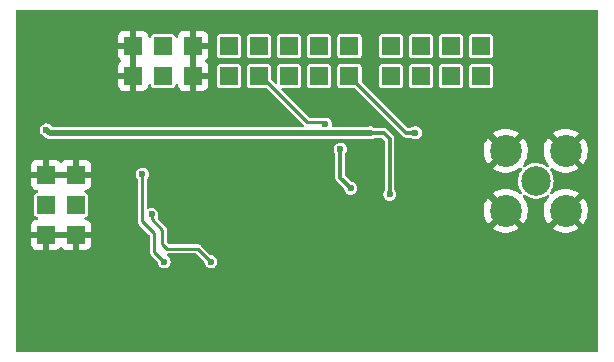
<source format=gbr>
%TF.GenerationSoftware,KiCad,Pcbnew,6.0.10+dfsg-1~bpo11+1*%
%TF.CreationDate,2023-02-13T19:39:57+00:00*%
%TF.ProjectId,ISM02B,49534d30-3242-42e6-9b69-6361645f7063,REV*%
%TF.SameCoordinates,Original*%
%TF.FileFunction,Copper,L1,Top*%
%TF.FilePolarity,Positive*%
%FSLAX46Y46*%
G04 Gerber Fmt 4.6, Leading zero omitted, Abs format (unit mm)*
G04 Created by KiCad (PCBNEW 6.0.10+dfsg-1~bpo11+1) date 2023-02-13 19:39:57*
%MOMM*%
%LPD*%
G01*
G04 APERTURE LIST*
G04 Aperture macros list*
%AMRoundRect*
0 Rectangle with rounded corners*
0 $1 Rounding radius*
0 $2 $3 $4 $5 $6 $7 $8 $9 X,Y pos of 4 corners*
0 Add a 4 corners polygon primitive as box body*
4,1,4,$2,$3,$4,$5,$6,$7,$8,$9,$2,$3,0*
0 Add four circle primitives for the rounded corners*
1,1,$1+$1,$2,$3*
1,1,$1+$1,$4,$5*
1,1,$1+$1,$6,$7*
1,1,$1+$1,$8,$9*
0 Add four rect primitives between the rounded corners*
20,1,$1+$1,$2,$3,$4,$5,0*
20,1,$1+$1,$4,$5,$6,$7,0*
20,1,$1+$1,$6,$7,$8,$9,0*
20,1,$1+$1,$8,$9,$2,$3,0*%
G04 Aperture macros list end*
%TA.AperFunction,ComponentPad*%
%ADD10C,6.000000*%
%TD*%
%TA.AperFunction,ComponentPad*%
%ADD11R,1.524000X1.524000*%
%TD*%
%TA.AperFunction,ComponentPad*%
%ADD12C,2.500000*%
%TD*%
%TA.AperFunction,ComponentPad*%
%ADD13C,2.700000*%
%TD*%
%TA.AperFunction,ComponentPad*%
%ADD14C,0.500000*%
%TD*%
%TA.AperFunction,SMDPad,CuDef*%
%ADD15RoundRect,0.250000X1.050000X-1.050000X1.050000X1.050000X-1.050000X1.050000X-1.050000X-1.050000X0*%
%TD*%
%TA.AperFunction,ViaPad*%
%ADD16C,0.600000*%
%TD*%
%TA.AperFunction,Conductor*%
%ADD17C,0.250000*%
%TD*%
%TA.AperFunction,Conductor*%
%ADD18C,0.500000*%
%TD*%
%TA.AperFunction,Conductor*%
%ADD19C,0.300000*%
%TD*%
G04 APERTURE END LIST*
D10*
%TO.P,M2,1*%
%TO.N,GND*%
X139700000Y-104140000D03*
%TD*%
%TO.P,M3,1*%
%TO.N,GND*%
X180340000Y-124460000D03*
%TD*%
D11*
%TO.P,J2,1*%
%TO.N,GND*%
X137922000Y-118872000D03*
%TO.P,J2,2*%
X140462000Y-118872000D03*
%TD*%
%TO.P,J5,1*%
%TO.N,/MISO*%
X167102000Y-105410000D03*
%TO.P,J5,2*%
X167102000Y-102870000D03*
%TD*%
%TO.P,J4,1*%
%TO.N,/SCK*%
X172202000Y-105410000D03*
%TO.P,J4,2*%
X172202000Y-102870000D03*
%TD*%
%TO.P,J3,1*%
%TO.N,/#RESET*%
X163596000Y-105410000D03*
%TO.P,J3,2*%
X163596000Y-102870000D03*
%TD*%
D12*
%TO.P,J12,1*%
%TO.N,Net-(C22-Pad2)*%
X179374800Y-114300000D03*
D13*
%TO.P,J12,2*%
%TO.N,GND*%
X181914800Y-111760000D03*
X176834800Y-111760000D03*
X176834800Y-116840000D03*
X181914800Y-116840000D03*
%TD*%
D11*
%TO.P,J10,1*%
%TO.N,/DIO3*%
X153396000Y-105410000D03*
%TO.P,J10,2*%
X153396000Y-102870000D03*
%TD*%
%TO.P,J7,1*%
%TO.N,/#CS*%
X174752000Y-105410000D03*
%TO.P,J7,2*%
X174752000Y-102870000D03*
%TD*%
%TO.P,J9,1*%
%TO.N,/DIO2*%
X155946000Y-105410000D03*
%TO.P,J9,2*%
X155946000Y-102870000D03*
%TD*%
%TO.P,J8,1*%
%TO.N,/DIO1*%
X158496000Y-105410000D03*
%TO.P,J8,2*%
X158496000Y-102870000D03*
%TD*%
%TO.P,J11,1*%
%TO.N,/BUSY*%
X161046000Y-105410000D03*
%TO.P,J11,2*%
X161046000Y-102870000D03*
%TD*%
%TO.P,J6,1*%
%TO.N,/MOSI*%
X169652000Y-105410000D03*
%TO.P,J6,2*%
X169652000Y-102870000D03*
%TD*%
D10*
%TO.P,M1,1*%
%TO.N,GND*%
X180340000Y-104140000D03*
%TD*%
D11*
%TO.P,J1,1,2*%
%TO.N,GND*%
X145288000Y-105410000D03*
%TO.P,J1,2,2*%
X145288000Y-102870000D03*
%TO.P,J1,3,4*%
%TO.N,+5V*%
X147828000Y-105410000D03*
%TO.P,J1,4,4*%
X147828000Y-102870000D03*
%TO.P,J1,5,6*%
%TO.N,GND*%
X150368000Y-105410000D03*
%TO.P,J1,6,6*%
X150368000Y-102870000D03*
%TD*%
D10*
%TO.P,M4,1*%
%TO.N,GND*%
X139700000Y-124460000D03*
%TD*%
D11*
%TO.P,J15,1*%
%TO.N,GND*%
X137922000Y-113792000D03*
%TO.P,J15,2*%
X140462000Y-113792000D03*
%TD*%
%TO.P,J13,1*%
%TO.N,+3V3*%
X137922000Y-116332000D03*
%TO.P,J13,2*%
X140462000Y-116332000D03*
%TD*%
D14*
%TO.P,U1,25,GND*%
%TO.N,GND*%
X150908000Y-117646000D03*
X148808000Y-118696000D03*
X149858000Y-117646000D03*
X148808000Y-116596000D03*
X150908000Y-116596000D03*
X148808000Y-117646000D03*
X150908000Y-118696000D03*
X149858000Y-118696000D03*
X149858000Y-116596000D03*
D15*
X149858000Y-117646000D03*
%TD*%
D16*
%TO.N,GND*%
X145058000Y-114046000D03*
X143458000Y-114046000D03*
X151358000Y-123260000D03*
X148358000Y-123260000D03*
X150558000Y-124560000D03*
X163830000Y-113665000D03*
X184150000Y-119380000D03*
X148463000Y-128270000D03*
X163830000Y-100330000D03*
X161798000Y-113919000D03*
X171069000Y-111633000D03*
X184150000Y-118110000D03*
X157356660Y-118341817D03*
X158750000Y-113919000D03*
X184150000Y-114300000D03*
X145161000Y-122301000D03*
X168910000Y-111633000D03*
X142240000Y-128270000D03*
X184150000Y-110490000D03*
X156972000Y-113919000D03*
X167894000Y-111633000D03*
X143383000Y-107442000D03*
X145161000Y-123317000D03*
X153858000Y-124946000D03*
X146304000Y-128270000D03*
X159766000Y-113919000D03*
X168402000Y-122428000D03*
X143764000Y-112649000D03*
X153670000Y-100330000D03*
X169164000Y-116967000D03*
X177800000Y-108585000D03*
X170053000Y-111633000D03*
X172085000Y-128270000D03*
X164211000Y-121666000D03*
X161290000Y-100330000D03*
X172212000Y-111506000D03*
X163195000Y-128270000D03*
X160655000Y-128270000D03*
X167767000Y-114300000D03*
X154940000Y-100330000D03*
X153416000Y-123446000D03*
X172720000Y-100330000D03*
X157480000Y-100330000D03*
X162560000Y-124460000D03*
X155858000Y-118346000D03*
X152273000Y-128270000D03*
X174117000Y-114935000D03*
X166370000Y-100330000D03*
X160655000Y-113919000D03*
X150876000Y-122301000D03*
X181610000Y-120015000D03*
X159766000Y-122809000D03*
X149858000Y-123860000D03*
X149606000Y-107442000D03*
X153797000Y-126111000D03*
X150858000Y-121146000D03*
X155575000Y-128270000D03*
X145161000Y-128270000D03*
X170815000Y-128270000D03*
X143510000Y-100330000D03*
X144780000Y-100330000D03*
X135890000Y-120650000D03*
X168275000Y-128270000D03*
X158750000Y-100330000D03*
X172847000Y-116967000D03*
X146050000Y-100330000D03*
X173101000Y-111506000D03*
X169545000Y-120904000D03*
X177800000Y-100330000D03*
X175260000Y-100330000D03*
X176530000Y-108585000D03*
X146939000Y-112649000D03*
X158115000Y-128270000D03*
X168148000Y-116967000D03*
X156210000Y-100330000D03*
X182245000Y-108585000D03*
X149860000Y-100330000D03*
X162941000Y-115697000D03*
X167640000Y-100330000D03*
X173990000Y-100330000D03*
X183515000Y-120015000D03*
X148908011Y-121145981D03*
X148590000Y-100330000D03*
X170180000Y-100330000D03*
X164846000Y-111633000D03*
X135890000Y-119380000D03*
X162258000Y-118346000D03*
X164465000Y-128270000D03*
X146050000Y-127000000D03*
X135890000Y-116840000D03*
X184150000Y-116840000D03*
X154940000Y-118346000D03*
X173990000Y-111506000D03*
X174498000Y-112268000D03*
X165735000Y-128270000D03*
X171450000Y-100330000D03*
X164846000Y-117983000D03*
X170561000Y-116967000D03*
X154305000Y-128270000D03*
X152019000Y-122301000D03*
X153035000Y-115570000D03*
X163858046Y-118346000D03*
X173990000Y-118110000D03*
X161925000Y-128270000D03*
X145161000Y-125349000D03*
X153158000Y-121746000D03*
X168910000Y-100330000D03*
X177165000Y-128270000D03*
X173355000Y-128270000D03*
X148717000Y-122174000D03*
X160658000Y-118346000D03*
X145161000Y-126619000D03*
X165100000Y-100330000D03*
X147320000Y-121920000D03*
X146058000Y-118946000D03*
X175895000Y-120015000D03*
X162560000Y-100330000D03*
X184150000Y-113030000D03*
X161036000Y-122809000D03*
X184150000Y-107950000D03*
X171704000Y-116967000D03*
X179705000Y-118745000D03*
X179070000Y-120015000D03*
X166497000Y-121158000D03*
X160020000Y-100330000D03*
X157480000Y-122809000D03*
X151130000Y-100330000D03*
X164211000Y-122809000D03*
X169545000Y-122428000D03*
X167132000Y-116967000D03*
X184150000Y-115570000D03*
X171323000Y-114300000D03*
X149258000Y-124560000D03*
X161036000Y-124460000D03*
X169418000Y-117983000D03*
X147447000Y-128270000D03*
X156224000Y-114808000D03*
X170307000Y-114300000D03*
X184150000Y-120650000D03*
X175895000Y-128270000D03*
X169545000Y-128270000D03*
X165227000Y-121158000D03*
X174625000Y-120015000D03*
X157861000Y-113919000D03*
X147858000Y-126560000D03*
X153035000Y-127127000D03*
X136271000Y-107315000D03*
X184150000Y-109220000D03*
X152400000Y-100330000D03*
X145161000Y-112649000D03*
X167005000Y-128270000D03*
X159058000Y-118346000D03*
X174117000Y-116967000D03*
X176530000Y-100330000D03*
X159385000Y-128270000D03*
X149606000Y-128270000D03*
X180975000Y-108585000D03*
X164338000Y-124460000D03*
X143510000Y-128270000D03*
X147320000Y-100330000D03*
X165989000Y-111633000D03*
X175006000Y-115062000D03*
X135890000Y-118110000D03*
X177800000Y-120015000D03*
X141859000Y-107569000D03*
X163830000Y-111633000D03*
X143637000Y-121920000D03*
X158623000Y-122809000D03*
X173990000Y-119380000D03*
X166116000Y-113919000D03*
X145161000Y-124333000D03*
X156845000Y-128270000D03*
X167132000Y-122428000D03*
X179070000Y-110490000D03*
X150876000Y-128270000D03*
X146050000Y-121920000D03*
X169545000Y-119126000D03*
X163830000Y-112649000D03*
X149606000Y-108712000D03*
X184150000Y-111760000D03*
X174625000Y-128270000D03*
X184150000Y-106680000D03*
X142494000Y-112649000D03*
%TO.N,+3V3*%
X167005000Y-115443000D03*
X165354000Y-110236000D03*
X137940000Y-110000000D03*
X151858000Y-121146000D03*
X146858000Y-117146000D03*
%TO.N,Net-(C18-Pad1)*%
X162814000Y-111633000D03*
X163703000Y-114935000D03*
%TO.N,/#RESET*%
X169164000Y-110236000D03*
%TO.N,/DIO2*%
X161544000Y-109490080D03*
%TO.N,/DIO3*%
X146058000Y-113746046D03*
X147901519Y-121146000D03*
%TD*%
D17*
%TO.N,GND*%
X148358000Y-122533000D02*
X148717000Y-122174000D01*
X143383000Y-107442000D02*
X141986000Y-107442000D01*
X167767000Y-116586000D02*
X167767000Y-114681000D01*
X149606000Y-128270000D02*
X150876000Y-128270000D01*
X150858000Y-121146000D02*
X150858000Y-122283000D01*
X152273000Y-128270000D02*
X152273000Y-127889000D01*
D18*
X155862183Y-118341817D02*
X155858000Y-118346000D01*
D17*
X168148000Y-116967000D02*
X167767000Y-116586000D01*
D18*
X149258000Y-124460000D02*
X149858000Y-123860000D01*
X162258000Y-118346000D02*
X163858046Y-118346000D01*
D17*
X167767000Y-114681000D02*
X167767000Y-114300000D01*
D18*
X149258000Y-124560000D02*
X149258000Y-124460000D01*
D17*
X149606000Y-108712000D02*
X149606000Y-107442000D01*
D18*
X159058000Y-118346000D02*
X160658000Y-118346000D01*
X157356660Y-118341817D02*
X155862183Y-118341817D01*
D17*
X152273000Y-127889000D02*
X153035000Y-127127000D01*
X150858000Y-122283000D02*
X150876000Y-122301000D01*
X148358000Y-123260000D02*
X148358000Y-122533000D01*
X141986000Y-107442000D02*
X141859000Y-107569000D01*
%TO.N,+3V3*%
X151558001Y-120846001D02*
X151858000Y-121146000D01*
D19*
X167005000Y-110744000D02*
X166497000Y-110236000D01*
D18*
X160165091Y-110290091D02*
X160600909Y-110290091D01*
X160600909Y-110290091D02*
X165299909Y-110290091D01*
D17*
X146858000Y-117146000D02*
X146858000Y-117546000D01*
X146858000Y-117546000D02*
X147758000Y-118446000D01*
D19*
X166497000Y-110236000D02*
X165354000Y-110236000D01*
D17*
X147758000Y-119646000D02*
X148158000Y-120046000D01*
D18*
X160600909Y-110290091D02*
X138230091Y-110290091D01*
X165299909Y-110290091D02*
X165354000Y-110236000D01*
D17*
X150758000Y-120046000D02*
X151558001Y-120846001D01*
D18*
X138230091Y-110290091D02*
X137940000Y-110000000D01*
D19*
X167005000Y-115443000D02*
X167005000Y-110744000D01*
D17*
X148158000Y-120046000D02*
X150758000Y-120046000D01*
X147758000Y-118446000D02*
X147758000Y-119646000D01*
D19*
%TO.N,Net-(C18-Pad1)*%
X162814000Y-111633000D02*
X162814000Y-114046000D01*
X162814000Y-114046000D02*
X163703000Y-114935000D01*
D17*
%TO.N,/SCK*%
X172202000Y-102740000D02*
X172202000Y-102870000D01*
%TO.N,/MISO*%
X167256000Y-102716000D02*
X167102000Y-102870000D01*
X167356000Y-102616000D02*
X167102000Y-102870000D01*
D19*
%TO.N,/#RESET*%
X168422000Y-110236000D02*
X163596000Y-105410000D01*
X169164000Y-110236000D02*
X168422000Y-110236000D01*
D17*
%TO.N,/DIO2*%
X156083000Y-105410000D02*
X160020000Y-109347000D01*
X155946000Y-105410000D02*
X156083000Y-105410000D01*
X160020000Y-109347000D02*
X161400920Y-109347000D01*
X161400920Y-109347000D02*
X161544000Y-109490080D01*
%TO.N,/DIO3*%
X146058000Y-117746000D02*
X146058000Y-114170310D01*
X147058000Y-118746000D02*
X146058000Y-117746000D01*
X147058000Y-120302481D02*
X147058000Y-118746000D01*
X147901519Y-121146000D02*
X147058000Y-120302481D01*
X146058000Y-114170310D02*
X146058000Y-113746046D01*
%TD*%
%TA.AperFunction,Conductor*%
%TO.N,GND*%
G36*
X184608121Y-99834002D02*
G01*
X184654614Y-99887658D01*
X184666000Y-99940000D01*
X184666000Y-128660000D01*
X184645998Y-128728121D01*
X184592342Y-128774614D01*
X184540000Y-128786000D01*
X135500000Y-128786000D01*
X135431879Y-128765998D01*
X135385386Y-128712342D01*
X135374000Y-128660000D01*
X135374000Y-119139548D01*
X136647000Y-119139548D01*
X136647000Y-119631743D01*
X136647161Y-119636250D01*
X136651740Y-119700269D01*
X136654126Y-119713491D01*
X136690819Y-119838458D01*
X136698233Y-119854692D01*
X136767426Y-119962360D01*
X136779112Y-119975847D01*
X136875840Y-120059662D01*
X136890848Y-120069307D01*
X137007275Y-120122477D01*
X137024388Y-120127502D01*
X137155554Y-120146361D01*
X137164495Y-120147000D01*
X137649885Y-120147000D01*
X137665124Y-120142525D01*
X137666329Y-120141135D01*
X137668000Y-120133452D01*
X137668000Y-119144115D01*
X137666659Y-119139548D01*
X138176000Y-119139548D01*
X138176000Y-120128885D01*
X138180475Y-120144124D01*
X138181865Y-120145329D01*
X138189548Y-120147000D01*
X138681743Y-120147000D01*
X138686250Y-120146839D01*
X138750269Y-120142260D01*
X138763491Y-120139874D01*
X138888458Y-120103181D01*
X138904692Y-120095767D01*
X139012360Y-120026574D01*
X139025847Y-120014888D01*
X139096677Y-119933145D01*
X139156403Y-119894761D01*
X139227400Y-119894761D01*
X139287126Y-119933144D01*
X139297900Y-119947537D01*
X139307426Y-119962360D01*
X139319112Y-119975847D01*
X139415840Y-120059662D01*
X139430848Y-120069307D01*
X139547275Y-120122477D01*
X139564388Y-120127502D01*
X139695554Y-120146361D01*
X139704495Y-120147000D01*
X140189885Y-120147000D01*
X140205124Y-120142525D01*
X140206329Y-120141135D01*
X140208000Y-120133452D01*
X140208000Y-119144115D01*
X140206659Y-119139548D01*
X140716000Y-119139548D01*
X140716000Y-120128885D01*
X140720475Y-120144124D01*
X140721865Y-120145329D01*
X140729548Y-120147000D01*
X141221743Y-120147000D01*
X141226250Y-120146839D01*
X141290269Y-120142260D01*
X141303491Y-120139874D01*
X141428458Y-120103181D01*
X141444692Y-120095767D01*
X141552360Y-120026574D01*
X141565847Y-120014888D01*
X141649662Y-119918160D01*
X141659307Y-119903152D01*
X141712477Y-119786725D01*
X141717502Y-119769612D01*
X141736361Y-119638446D01*
X141737000Y-119629503D01*
X141737000Y-119144115D01*
X141732525Y-119128876D01*
X141731135Y-119127671D01*
X141723452Y-119126000D01*
X140734115Y-119126000D01*
X140718876Y-119130475D01*
X140717671Y-119131865D01*
X140716000Y-119139548D01*
X140206659Y-119139548D01*
X140203525Y-119128876D01*
X140202135Y-119127671D01*
X140194452Y-119126000D01*
X138194115Y-119126000D01*
X138178876Y-119130475D01*
X138177671Y-119131865D01*
X138176000Y-119139548D01*
X137666659Y-119139548D01*
X137663525Y-119128876D01*
X137662135Y-119127671D01*
X137654452Y-119126000D01*
X136665115Y-119126000D01*
X136649876Y-119130475D01*
X136648671Y-119131865D01*
X136647000Y-119139548D01*
X135374000Y-119139548D01*
X135374000Y-114059548D01*
X136647000Y-114059548D01*
X136647000Y-114551743D01*
X136647161Y-114556250D01*
X136651740Y-114620269D01*
X136654126Y-114633491D01*
X136690819Y-114758458D01*
X136698233Y-114774692D01*
X136767426Y-114882360D01*
X136779112Y-114895847D01*
X136875840Y-114979662D01*
X136890848Y-114989307D01*
X137007275Y-115042477D01*
X137024389Y-115047502D01*
X137142141Y-115064432D01*
X137206722Y-115093925D01*
X137245106Y-115153651D01*
X137245106Y-115224648D01*
X137206723Y-115284374D01*
X137148792Y-115312729D01*
X137092763Y-115323874D01*
X137060694Y-115330253D01*
X136976506Y-115386506D01*
X136920253Y-115470694D01*
X136900500Y-115570000D01*
X136900500Y-117094000D01*
X136920253Y-117193306D01*
X136976506Y-117277494D01*
X136986822Y-117284387D01*
X137021732Y-117307713D01*
X137060694Y-117333747D01*
X137142832Y-117350085D01*
X137205742Y-117382992D01*
X137240874Y-117444687D01*
X137237074Y-117515582D01*
X137195549Y-117573168D01*
X137127241Y-117599343D01*
X137093730Y-117601740D01*
X137080509Y-117604126D01*
X136955542Y-117640819D01*
X136939308Y-117648233D01*
X136831640Y-117717426D01*
X136818153Y-117729112D01*
X136734338Y-117825840D01*
X136724693Y-117840848D01*
X136671523Y-117957275D01*
X136666498Y-117974388D01*
X136647639Y-118105554D01*
X136647000Y-118114495D01*
X136647000Y-118599885D01*
X136651475Y-118615124D01*
X136652865Y-118616329D01*
X136660548Y-118618000D01*
X141718885Y-118618000D01*
X141734124Y-118613525D01*
X141735329Y-118612135D01*
X141737000Y-118604452D01*
X141737000Y-118112257D01*
X141736839Y-118107750D01*
X141732260Y-118043731D01*
X141729874Y-118030509D01*
X141693181Y-117905542D01*
X141685767Y-117889308D01*
X141616574Y-117781640D01*
X141604888Y-117768153D01*
X141508160Y-117684338D01*
X141493152Y-117674693D01*
X141376725Y-117621523D01*
X141359611Y-117616498D01*
X141241859Y-117599568D01*
X141177278Y-117570075D01*
X141138894Y-117510349D01*
X141138894Y-117439352D01*
X141177277Y-117379626D01*
X141235208Y-117351271D01*
X141291237Y-117340126D01*
X141323306Y-117333747D01*
X141362268Y-117307713D01*
X141397178Y-117284387D01*
X141407494Y-117277494D01*
X141463747Y-117193306D01*
X141483500Y-117094000D01*
X141483500Y-115570000D01*
X141463747Y-115470694D01*
X141407494Y-115386506D01*
X141323306Y-115330253D01*
X141241168Y-115313915D01*
X141178258Y-115281008D01*
X141143126Y-115219313D01*
X141146926Y-115148418D01*
X141188451Y-115090832D01*
X141256759Y-115064657D01*
X141290270Y-115062260D01*
X141303491Y-115059874D01*
X141428458Y-115023181D01*
X141444692Y-115015767D01*
X141552360Y-114946574D01*
X141565847Y-114934888D01*
X141649662Y-114838160D01*
X141659307Y-114823152D01*
X141712477Y-114706725D01*
X141717502Y-114689612D01*
X141736361Y-114558446D01*
X141737000Y-114549503D01*
X141737000Y-114064115D01*
X141732525Y-114048876D01*
X141731135Y-114047671D01*
X141723452Y-114046000D01*
X136665115Y-114046000D01*
X136649876Y-114050475D01*
X136648671Y-114051865D01*
X136647000Y-114059548D01*
X135374000Y-114059548D01*
X135374000Y-113816170D01*
X145502912Y-113816170D01*
X145542218Y-113962861D01*
X145619524Y-114093578D01*
X145625724Y-114099524D01*
X145625726Y-114099526D01*
X145639711Y-114112937D01*
X145675033Y-114174523D01*
X145678500Y-114203878D01*
X145678500Y-117693235D01*
X145676295Y-117713953D01*
X145676118Y-117717711D01*
X145673927Y-117727887D01*
X145675151Y-117738226D01*
X145677627Y-117759149D01*
X145678011Y-117765666D01*
X145678072Y-117765661D01*
X145678500Y-117770840D01*
X145678500Y-117776040D01*
X145679354Y-117781168D01*
X145679354Y-117781173D01*
X145681909Y-117796523D01*
X145682746Y-117802400D01*
X145688767Y-117853272D01*
X145692728Y-117861520D01*
X145694230Y-117870546D01*
X145718569Y-117915654D01*
X145721247Y-117920912D01*
X145739989Y-117959944D01*
X145739991Y-117959948D01*
X145743421Y-117967090D01*
X145748828Y-117973522D01*
X145750766Y-117975460D01*
X145750942Y-117975651D01*
X145754185Y-117981663D01*
X145761833Y-117988732D01*
X145761837Y-117988738D01*
X145789202Y-118014033D01*
X145792769Y-118017463D01*
X146641595Y-118866289D01*
X146675621Y-118928601D01*
X146678500Y-118955384D01*
X146678500Y-120249716D01*
X146676295Y-120270434D01*
X146676118Y-120274192D01*
X146673927Y-120284368D01*
X146675151Y-120294707D01*
X146677627Y-120315630D01*
X146678011Y-120322147D01*
X146678072Y-120322142D01*
X146678500Y-120327321D01*
X146678500Y-120332521D01*
X146679354Y-120337649D01*
X146679354Y-120337654D01*
X146681909Y-120353004D01*
X146682746Y-120358881D01*
X146688767Y-120409753D01*
X146692728Y-120418001D01*
X146694230Y-120427027D01*
X146718569Y-120472135D01*
X146721247Y-120477393D01*
X146739989Y-120516425D01*
X146739991Y-120516429D01*
X146743421Y-120523571D01*
X146748828Y-120530003D01*
X146750764Y-120531939D01*
X146750942Y-120532133D01*
X146754185Y-120538144D01*
X146761832Y-120545213D01*
X146761833Y-120545214D01*
X146789176Y-120570489D01*
X146792744Y-120573919D01*
X147309897Y-121091073D01*
X147343922Y-121153385D01*
X147346794Y-121181484D01*
X147346431Y-121216124D01*
X147385737Y-121362815D01*
X147463043Y-121493532D01*
X147572653Y-121598645D01*
X147706493Y-121670409D01*
X147714875Y-121672283D01*
X147714876Y-121672283D01*
X147846316Y-121701664D01*
X147846318Y-121701664D01*
X147854701Y-121703538D01*
X147950404Y-121698522D01*
X147997776Y-121696040D01*
X147997777Y-121696040D01*
X148006359Y-121695590D01*
X148150292Y-121647151D01*
X148157397Y-121642322D01*
X148157400Y-121642321D01*
X148268794Y-121566618D01*
X148268795Y-121566617D01*
X148275898Y-121561790D01*
X148281441Y-121555231D01*
X148368377Y-121452355D01*
X148368379Y-121452352D01*
X148373920Y-121445795D01*
X148437139Y-121307713D01*
X148460896Y-121157717D01*
X148461019Y-121146000D01*
X148440408Y-120995539D01*
X148436996Y-120987654D01*
X148383506Y-120864045D01*
X148383504Y-120864042D01*
X148380095Y-120856164D01*
X148284523Y-120738142D01*
X148166412Y-120654205D01*
X148122473Y-120598441D01*
X148115657Y-120527772D01*
X148148130Y-120464637D01*
X148209581Y-120429080D01*
X148239403Y-120425500D01*
X150548616Y-120425500D01*
X150616737Y-120445502D01*
X150637711Y-120462405D01*
X151266377Y-121091071D01*
X151300403Y-121153383D01*
X151303275Y-121181482D01*
X151302912Y-121216124D01*
X151342218Y-121362815D01*
X151419524Y-121493532D01*
X151529134Y-121598645D01*
X151662974Y-121670409D01*
X151671356Y-121672283D01*
X151671357Y-121672283D01*
X151802797Y-121701664D01*
X151802799Y-121701664D01*
X151811182Y-121703538D01*
X151906885Y-121698522D01*
X151954257Y-121696040D01*
X151954258Y-121696040D01*
X151962840Y-121695590D01*
X152106773Y-121647151D01*
X152113878Y-121642322D01*
X152113881Y-121642321D01*
X152225275Y-121566618D01*
X152225276Y-121566617D01*
X152232379Y-121561790D01*
X152237922Y-121555231D01*
X152324858Y-121452355D01*
X152324860Y-121452352D01*
X152330401Y-121445795D01*
X152393620Y-121307713D01*
X152417377Y-121157717D01*
X152417500Y-121146000D01*
X152396889Y-120995539D01*
X152393477Y-120987654D01*
X152339987Y-120864045D01*
X152339985Y-120864042D01*
X152336576Y-120856164D01*
X152241004Y-120738142D01*
X152117214Y-120650169D01*
X151974327Y-120598726D01*
X151965767Y-120598097D01*
X151965765Y-120598097D01*
X151922516Y-120594921D01*
X151884094Y-120592100D01*
X151817622Y-120567162D01*
X151804227Y-120555533D01*
X151063652Y-119814957D01*
X151050578Y-119798769D01*
X151048039Y-119795978D01*
X151042388Y-119787227D01*
X151017669Y-119767740D01*
X151012784Y-119763398D01*
X151012744Y-119763445D01*
X151008787Y-119760092D01*
X151005106Y-119756411D01*
X150988194Y-119744325D01*
X150983448Y-119740762D01*
X150951412Y-119715507D01*
X150943234Y-119709060D01*
X150934603Y-119706029D01*
X150927157Y-119700708D01*
X150917179Y-119697724D01*
X150917177Y-119697723D01*
X150878065Y-119686026D01*
X150872418Y-119684191D01*
X150831586Y-119669851D01*
X150831583Y-119669850D01*
X150824107Y-119667225D01*
X150815735Y-119666500D01*
X150813026Y-119666500D01*
X150812733Y-119666487D01*
X150806191Y-119664531D01*
X150780821Y-119665528D01*
X150758555Y-119666403D01*
X150753607Y-119666500D01*
X148367385Y-119666500D01*
X148299264Y-119646498D01*
X148278290Y-119629595D01*
X148174405Y-119525710D01*
X148140379Y-119463398D01*
X148137500Y-119436615D01*
X148137500Y-118498764D01*
X148139705Y-118478046D01*
X148139882Y-118474288D01*
X148142073Y-118464112D01*
X148138373Y-118432850D01*
X148137989Y-118426334D01*
X148137928Y-118426339D01*
X148137500Y-118421159D01*
X148137500Y-118415960D01*
X148134087Y-118395455D01*
X148133253Y-118389595D01*
X148128457Y-118349072D01*
X148127233Y-118338728D01*
X148123272Y-118330480D01*
X148122112Y-118323510D01*
X175716120Y-118323510D01*
X175722681Y-118332275D01*
X175919271Y-118462148D01*
X175927215Y-118466607D01*
X176163021Y-118577316D01*
X176171540Y-118580586D01*
X176420856Y-118656097D01*
X176429737Y-118658099D01*
X176687357Y-118696830D01*
X176696438Y-118697529D01*
X176956947Y-118698666D01*
X176966037Y-118698046D01*
X177223975Y-118661566D01*
X177232882Y-118659640D01*
X177482858Y-118586304D01*
X177491381Y-118583118D01*
X177728150Y-118474466D01*
X177736147Y-118470070D01*
X177949481Y-118331794D01*
X177954736Y-118323510D01*
X180796120Y-118323510D01*
X180802681Y-118332275D01*
X180999271Y-118462148D01*
X181007215Y-118466607D01*
X181243021Y-118577316D01*
X181251540Y-118580586D01*
X181500856Y-118656097D01*
X181509737Y-118658099D01*
X181767357Y-118696830D01*
X181776438Y-118697529D01*
X182036947Y-118698666D01*
X182046037Y-118698046D01*
X182303975Y-118661566D01*
X182312882Y-118659640D01*
X182562858Y-118586304D01*
X182571381Y-118583118D01*
X182808150Y-118474466D01*
X182816147Y-118470070D01*
X183029481Y-118331794D01*
X183034904Y-118323245D01*
X183029070Y-118313480D01*
X181927612Y-117212022D01*
X181913668Y-117204408D01*
X181911835Y-117204539D01*
X181905220Y-117208790D01*
X180802880Y-118311130D01*
X180796120Y-118323510D01*
X177954736Y-118323510D01*
X177954904Y-118323245D01*
X177949070Y-118313480D01*
X176847612Y-117212022D01*
X176833668Y-117204408D01*
X176831835Y-117204539D01*
X176825220Y-117208790D01*
X175722880Y-118311130D01*
X175716120Y-118323510D01*
X148122112Y-118323510D01*
X148121770Y-118321454D01*
X148097431Y-118276346D01*
X148094753Y-118271088D01*
X148076011Y-118232056D01*
X148076009Y-118232052D01*
X148072579Y-118224910D01*
X148067172Y-118218478D01*
X148065236Y-118216542D01*
X148065058Y-118216348D01*
X148061815Y-118210337D01*
X148026810Y-118177979D01*
X148023244Y-118174550D01*
X147381046Y-117532352D01*
X147347020Y-117470040D01*
X147352085Y-117399225D01*
X147355577Y-117390806D01*
X147390045Y-117315522D01*
X147390045Y-117315520D01*
X147393620Y-117307713D01*
X147417377Y-117157717D01*
X147417500Y-117146000D01*
X147396889Y-116995539D01*
X147393477Y-116987654D01*
X147364181Y-116919955D01*
X174973841Y-116919955D01*
X174974253Y-116929035D01*
X175004875Y-117187756D01*
X175006596Y-117196694D01*
X175074241Y-117448267D01*
X175077236Y-117456869D01*
X175180494Y-117696056D01*
X175184690Y-117704117D01*
X175321392Y-117925889D01*
X175326721Y-117933277D01*
X175340429Y-117949643D01*
X175353099Y-117958089D01*
X175363631Y-117951959D01*
X176462778Y-116852812D01*
X176470392Y-116838868D01*
X176470261Y-116837035D01*
X176466010Y-116830420D01*
X175365290Y-115729700D01*
X175353600Y-115723316D01*
X175341490Y-115732728D01*
X175233836Y-115887912D01*
X175229209Y-115895734D01*
X175113167Y-116128986D01*
X175109712Y-116137411D01*
X175028560Y-116384967D01*
X175026359Y-116393792D01*
X174981791Y-116650477D01*
X174980888Y-116659525D01*
X174973841Y-116919955D01*
X147364181Y-116919955D01*
X147339987Y-116864045D01*
X147339985Y-116864042D01*
X147336576Y-116856164D01*
X147241004Y-116738142D01*
X147117214Y-116650169D01*
X146974327Y-116598726D01*
X146965767Y-116598097D01*
X146965765Y-116598097D01*
X146873187Y-116591299D01*
X146822869Y-116587604D01*
X146673999Y-116617621D01*
X146666347Y-116621520D01*
X146620703Y-116644777D01*
X146550927Y-116657881D01*
X146485142Y-116631181D01*
X146444235Y-116573154D01*
X146437500Y-116532510D01*
X146437500Y-114201885D01*
X146457502Y-114133764D01*
X146467261Y-114120558D01*
X146524858Y-114052401D01*
X146524860Y-114052398D01*
X146530401Y-114045841D01*
X146585908Y-113924603D01*
X146590045Y-113915568D01*
X146590045Y-113915566D01*
X146593620Y-113907759D01*
X146617377Y-113757763D01*
X146617500Y-113746046D01*
X146596889Y-113595585D01*
X146593477Y-113587700D01*
X146539987Y-113464091D01*
X146539985Y-113464088D01*
X146536576Y-113456210D01*
X146441004Y-113338188D01*
X146317214Y-113250215D01*
X146174327Y-113198772D01*
X146165767Y-113198143D01*
X146165765Y-113198143D01*
X146073187Y-113191345D01*
X146022869Y-113187650D01*
X145873999Y-113217667D01*
X145866347Y-113221566D01*
X145746337Y-113282714D01*
X145746334Y-113282716D01*
X145738686Y-113286613D01*
X145626898Y-113389407D01*
X145622370Y-113396709D01*
X145622369Y-113396711D01*
X145551397Y-113511177D01*
X145546871Y-113518477D01*
X145504502Y-113664313D01*
X145504412Y-113672899D01*
X145504412Y-113672900D01*
X145503694Y-113741471D01*
X145502912Y-113816170D01*
X135374000Y-113816170D01*
X135374000Y-113034495D01*
X136647000Y-113034495D01*
X136647000Y-113519885D01*
X136651475Y-113535124D01*
X136652865Y-113536329D01*
X136660548Y-113538000D01*
X137649885Y-113538000D01*
X137665124Y-113533525D01*
X137666329Y-113532135D01*
X137668000Y-113524452D01*
X137668000Y-112535115D01*
X137666659Y-112530548D01*
X138176000Y-112530548D01*
X138176000Y-113519885D01*
X138180475Y-113535124D01*
X138181865Y-113536329D01*
X138189548Y-113538000D01*
X140189885Y-113538000D01*
X140205124Y-113533525D01*
X140206329Y-113532135D01*
X140208000Y-113524452D01*
X140208000Y-112535115D01*
X140206659Y-112530548D01*
X140716000Y-112530548D01*
X140716000Y-113519885D01*
X140720475Y-113535124D01*
X140721865Y-113536329D01*
X140729548Y-113538000D01*
X141718885Y-113538000D01*
X141734124Y-113533525D01*
X141735329Y-113532135D01*
X141737000Y-113524452D01*
X141737000Y-113032257D01*
X141736839Y-113027750D01*
X141732260Y-112963731D01*
X141729874Y-112950509D01*
X141693181Y-112825542D01*
X141685767Y-112809308D01*
X141616574Y-112701640D01*
X141604888Y-112688153D01*
X141508160Y-112604338D01*
X141493152Y-112594693D01*
X141376725Y-112541523D01*
X141359612Y-112536498D01*
X141228446Y-112517639D01*
X141219505Y-112517000D01*
X140734115Y-112517000D01*
X140718876Y-112521475D01*
X140717671Y-112522865D01*
X140716000Y-112530548D01*
X140206659Y-112530548D01*
X140203525Y-112519876D01*
X140202135Y-112518671D01*
X140194452Y-112517000D01*
X139702257Y-112517000D01*
X139697750Y-112517161D01*
X139633731Y-112521740D01*
X139620509Y-112524126D01*
X139495542Y-112560819D01*
X139479308Y-112568233D01*
X139371640Y-112637426D01*
X139358153Y-112649112D01*
X139287323Y-112730855D01*
X139227597Y-112769239D01*
X139156600Y-112769239D01*
X139096874Y-112730856D01*
X139086100Y-112716463D01*
X139076574Y-112701640D01*
X139064888Y-112688153D01*
X138968160Y-112604338D01*
X138953152Y-112594693D01*
X138836725Y-112541523D01*
X138819612Y-112536498D01*
X138688446Y-112517639D01*
X138679505Y-112517000D01*
X138194115Y-112517000D01*
X138178876Y-112521475D01*
X138177671Y-112522865D01*
X138176000Y-112530548D01*
X137666659Y-112530548D01*
X137663525Y-112519876D01*
X137662135Y-112518671D01*
X137654452Y-112517000D01*
X137162257Y-112517000D01*
X137157750Y-112517161D01*
X137093731Y-112521740D01*
X137080509Y-112524126D01*
X136955542Y-112560819D01*
X136939308Y-112568233D01*
X136831640Y-112637426D01*
X136818153Y-112649112D01*
X136734338Y-112745840D01*
X136724693Y-112760848D01*
X136671523Y-112877275D01*
X136666498Y-112894388D01*
X136647639Y-113025554D01*
X136647000Y-113034495D01*
X135374000Y-113034495D01*
X135374000Y-111703124D01*
X162258912Y-111703124D01*
X162298218Y-111849815D01*
X162375524Y-111980532D01*
X162381726Y-111986479D01*
X162382247Y-111987137D01*
X162408883Y-112052948D01*
X162409500Y-112065400D01*
X162409500Y-114077569D01*
X162409528Y-114077746D01*
X162409542Y-114078102D01*
X162409542Y-114110060D01*
X162416437Y-114131280D01*
X162421051Y-114150501D01*
X162421887Y-114155776D01*
X162424542Y-114172542D01*
X162429042Y-114181374D01*
X162429043Y-114181376D01*
X162434669Y-114192417D01*
X162442236Y-114210685D01*
X162446067Y-114222474D01*
X162449133Y-114231910D01*
X162454963Y-114239934D01*
X162454964Y-114239936D01*
X162462246Y-114249958D01*
X162472578Y-114266817D01*
X162482708Y-114286698D01*
X162505307Y-114309297D01*
X162505548Y-114309558D01*
X162505653Y-114309702D01*
X163111065Y-114915114D01*
X163145091Y-114977426D01*
X163146977Y-114988418D01*
X163148002Y-114996531D01*
X163147912Y-115005124D01*
X163187218Y-115151815D01*
X163264524Y-115282532D01*
X163270725Y-115288478D01*
X163270726Y-115288480D01*
X163311762Y-115327832D01*
X163374134Y-115387645D01*
X163507974Y-115459409D01*
X163516356Y-115461283D01*
X163516357Y-115461283D01*
X163647797Y-115490664D01*
X163647799Y-115490664D01*
X163656182Y-115492538D01*
X163751885Y-115487522D01*
X163799257Y-115485040D01*
X163799258Y-115485040D01*
X163807840Y-115484590D01*
X163951773Y-115436151D01*
X163958878Y-115431322D01*
X163958881Y-115431321D01*
X164070275Y-115355618D01*
X164070276Y-115355617D01*
X164077379Y-115350790D01*
X164082922Y-115344231D01*
X164169858Y-115241355D01*
X164169860Y-115241352D01*
X164175401Y-115234795D01*
X164238620Y-115096713D01*
X164262377Y-114946717D01*
X164262500Y-114935000D01*
X164241889Y-114784539D01*
X164208216Y-114706725D01*
X164184987Y-114653045D01*
X164184985Y-114653042D01*
X164181576Y-114645164D01*
X164086004Y-114527142D01*
X163962214Y-114439169D01*
X163819327Y-114387726D01*
X163810767Y-114387097D01*
X163810765Y-114387097D01*
X163783423Y-114385089D01*
X163767252Y-114383902D01*
X163700779Y-114358965D01*
X163687384Y-114347335D01*
X163255405Y-113915356D01*
X163221379Y-113853044D01*
X163218500Y-113826261D01*
X163218500Y-112059255D01*
X163238502Y-111991134D01*
X163248261Y-111977928D01*
X163280858Y-111939355D01*
X163280860Y-111939352D01*
X163286401Y-111932795D01*
X163349620Y-111794713D01*
X163373377Y-111644717D01*
X163373500Y-111633000D01*
X163352889Y-111482539D01*
X163349477Y-111474654D01*
X163295987Y-111351045D01*
X163295985Y-111351042D01*
X163292576Y-111343164D01*
X163197004Y-111225142D01*
X163073214Y-111137169D01*
X162930327Y-111085726D01*
X162921767Y-111085097D01*
X162921765Y-111085097D01*
X162829187Y-111078299D01*
X162778869Y-111074604D01*
X162629999Y-111104621D01*
X162622347Y-111108520D01*
X162502337Y-111169668D01*
X162502334Y-111169670D01*
X162494686Y-111173567D01*
X162382898Y-111276361D01*
X162378370Y-111283663D01*
X162378369Y-111283665D01*
X162308971Y-111395592D01*
X162302871Y-111405431D01*
X162260502Y-111551267D01*
X162258912Y-111703124D01*
X135374000Y-111703124D01*
X135374000Y-110070124D01*
X137384912Y-110070124D01*
X137424218Y-110216815D01*
X137501524Y-110347532D01*
X137611134Y-110452645D01*
X137618710Y-110456707D01*
X137618711Y-110456708D01*
X137741436Y-110522512D01*
X137770990Y-110544461D01*
X137824010Y-110597481D01*
X137831027Y-110606264D01*
X137831479Y-110605880D01*
X137837297Y-110612716D01*
X137842087Y-110620308D01*
X137848815Y-110626250D01*
X137879825Y-110653637D01*
X137885512Y-110658983D01*
X137898044Y-110671515D01*
X137907357Y-110678494D01*
X137915204Y-110684883D01*
X137943633Y-110709991D01*
X137943636Y-110709993D01*
X137950364Y-110715935D01*
X137958488Y-110719749D01*
X137961331Y-110721617D01*
X137975285Y-110730001D01*
X137978238Y-110731617D01*
X137985417Y-110736998D01*
X137993817Y-110740147D01*
X137993821Y-110740149D01*
X138029358Y-110753471D01*
X138038677Y-110757398D01*
X138072999Y-110773512D01*
X138073003Y-110773513D01*
X138081128Y-110777328D01*
X138089998Y-110778709D01*
X138093245Y-110779702D01*
X138108990Y-110783832D01*
X138112278Y-110784555D01*
X138120684Y-110787706D01*
X138138165Y-110789005D01*
X138167474Y-110791183D01*
X138177523Y-110792337D01*
X138187185Y-110793842D01*
X138187191Y-110793842D01*
X138191998Y-110794591D01*
X138208660Y-110794591D01*
X138217972Y-110794936D01*
X138264745Y-110798412D01*
X138273521Y-110796539D01*
X138282482Y-110795928D01*
X138282488Y-110796012D01*
X138295944Y-110794591D01*
X165230124Y-110794591D01*
X165241295Y-110795839D01*
X165241342Y-110795249D01*
X165250293Y-110795969D01*
X165259047Y-110797950D01*
X165309290Y-110794833D01*
X165317091Y-110794591D01*
X165334823Y-110794591D01*
X165346368Y-110792938D01*
X165356405Y-110791910D01*
X165368122Y-110791183D01*
X165403229Y-110789005D01*
X165403933Y-110788751D01*
X165407638Y-110788273D01*
X165450258Y-110786040D01*
X165450260Y-110786040D01*
X165458840Y-110785590D01*
X165466980Y-110782851D01*
X165466983Y-110782850D01*
X165530807Y-110761370D01*
X165602773Y-110737151D01*
X165712934Y-110662286D01*
X165783754Y-110640500D01*
X166277261Y-110640500D01*
X166345382Y-110660502D01*
X166366356Y-110677405D01*
X166563595Y-110874644D01*
X166597621Y-110936956D01*
X166600500Y-110963739D01*
X166600500Y-115010671D01*
X166580498Y-115078792D01*
X166577154Y-115083367D01*
X166573898Y-115086361D01*
X166493871Y-115215431D01*
X166451502Y-115361267D01*
X166451412Y-115369853D01*
X166451412Y-115369854D01*
X166450718Y-115436151D01*
X166449912Y-115513124D01*
X166489218Y-115659815D01*
X166566524Y-115790532D01*
X166572725Y-115796478D01*
X166572726Y-115796480D01*
X166601302Y-115823883D01*
X166676134Y-115895645D01*
X166809974Y-115967409D01*
X166818356Y-115969283D01*
X166818357Y-115969283D01*
X166949797Y-115998664D01*
X166949799Y-115998664D01*
X166958182Y-116000538D01*
X167053885Y-115995522D01*
X167101257Y-115993040D01*
X167101258Y-115993040D01*
X167109840Y-115992590D01*
X167253773Y-115944151D01*
X167260878Y-115939322D01*
X167260881Y-115939321D01*
X167372275Y-115863618D01*
X167372276Y-115863617D01*
X167379379Y-115858790D01*
X167384922Y-115852231D01*
X167471858Y-115749355D01*
X167471860Y-115749352D01*
X167477401Y-115742795D01*
X167540620Y-115604713D01*
X167564377Y-115454717D01*
X167564500Y-115443000D01*
X167543889Y-115292539D01*
X167514510Y-115224648D01*
X167486987Y-115161045D01*
X167486985Y-115161042D01*
X167483576Y-115153164D01*
X167437579Y-115096362D01*
X167410254Y-115030834D01*
X167409500Y-115017068D01*
X167409500Y-113243510D01*
X175716120Y-113243510D01*
X175722681Y-113252275D01*
X175919271Y-113382148D01*
X175927215Y-113386607D01*
X176163021Y-113497316D01*
X176171540Y-113500586D01*
X176420856Y-113576097D01*
X176429737Y-113578099D01*
X176687357Y-113616830D01*
X176696438Y-113617529D01*
X176956947Y-113618666D01*
X176966037Y-113618046D01*
X177223975Y-113581566D01*
X177232882Y-113579640D01*
X177482858Y-113506304D01*
X177491381Y-113503118D01*
X177728150Y-113394466D01*
X177736147Y-113390070D01*
X177954736Y-113248388D01*
X177962015Y-113242883D01*
X178001102Y-113208605D01*
X178065506Y-113178728D01*
X178135839Y-113188414D01*
X178189770Y-113234587D01*
X178210177Y-113302588D01*
X178190580Y-113370826D01*
X178184277Y-113379863D01*
X178105965Y-113482291D01*
X177991550Y-113695673D01*
X177912724Y-113924603D01*
X177871513Y-114163190D01*
X177871460Y-114168249D01*
X177870428Y-114266820D01*
X177868977Y-114405297D01*
X177905183Y-114644696D01*
X177906731Y-114649517D01*
X177972109Y-114853145D01*
X177979198Y-114875226D01*
X177981497Y-114879738D01*
X178075718Y-115064657D01*
X178089118Y-115090957D01*
X178147493Y-115170715D01*
X178182388Y-115218393D01*
X178206480Y-115285177D01*
X178190641Y-115354384D01*
X178139900Y-115404042D01*
X178070367Y-115418385D01*
X178006561Y-115394682D01*
X177822976Y-115261055D01*
X177815230Y-115256235D01*
X177584698Y-115134946D01*
X177576344Y-115131295D01*
X177330687Y-115044546D01*
X177321929Y-115042150D01*
X177066315Y-114991768D01*
X177057287Y-114990660D01*
X176797102Y-114977707D01*
X176787977Y-114977915D01*
X176528659Y-115002655D01*
X176519674Y-115004174D01*
X176266635Y-115066094D01*
X176257958Y-115068896D01*
X176016504Y-115166695D01*
X176008336Y-115170715D01*
X175783527Y-115302345D01*
X175776017Y-115307507D01*
X175726544Y-115347071D01*
X175718075Y-115359172D01*
X175724482Y-115370472D01*
X178305340Y-117951330D01*
X178318861Y-117958714D01*
X178328586Y-117951904D01*
X178333289Y-117946387D01*
X178338670Y-117939061D01*
X178477302Y-117718491D01*
X178481578Y-117710447D01*
X178586911Y-117472190D01*
X178589985Y-117463606D01*
X178659821Y-117212637D01*
X178661621Y-117203707D01*
X178694679Y-116943855D01*
X178695159Y-116937616D01*
X178697715Y-116843137D01*
X178697573Y-116836872D01*
X178678617Y-116575615D01*
X178677303Y-116566606D01*
X178621140Y-116312223D01*
X178618537Y-116303493D01*
X178526241Y-116059880D01*
X178522406Y-116051619D01*
X178395910Y-115823883D01*
X178390920Y-115816258D01*
X178278569Y-115669043D01*
X178253142Y-115602756D01*
X178267589Y-115533245D01*
X178317323Y-115482579D01*
X178386554Y-115466844D01*
X178451721Y-115489895D01*
X178597742Y-115593667D01*
X178597754Y-115593674D01*
X178601871Y-115596600D01*
X178819116Y-115703498D01*
X178823960Y-115704979D01*
X179045809Y-115772805D01*
X179045811Y-115772805D01*
X179050657Y-115774287D01*
X179055678Y-115774975D01*
X179055679Y-115774975D01*
X179248261Y-115801355D01*
X179290537Y-115807146D01*
X179361317Y-115805416D01*
X179527525Y-115801355D01*
X179527529Y-115801355D01*
X179532586Y-115801231D01*
X179770575Y-115756692D01*
X179998381Y-115674677D01*
X180210145Y-115557295D01*
X180214114Y-115554171D01*
X180214121Y-115554167D01*
X180283007Y-115499959D01*
X180348909Y-115473551D01*
X180418627Y-115486965D01*
X180470025Y-115535942D01*
X180486785Y-115604932D01*
X180464454Y-115670797D01*
X180313832Y-115887918D01*
X180309209Y-115895734D01*
X180193167Y-116128986D01*
X180189712Y-116137411D01*
X180108560Y-116384967D01*
X180106359Y-116393792D01*
X180061791Y-116650477D01*
X180060888Y-116659525D01*
X180053841Y-116919955D01*
X180054253Y-116929035D01*
X180084875Y-117187756D01*
X180086596Y-117196694D01*
X180154241Y-117448267D01*
X180157236Y-117456869D01*
X180260494Y-117696056D01*
X180264690Y-117704117D01*
X180401392Y-117925889D01*
X180406721Y-117933277D01*
X180420429Y-117949643D01*
X180433099Y-117958089D01*
X180443631Y-117951959D01*
X181554458Y-116841132D01*
X182279208Y-116841132D01*
X182279339Y-116842965D01*
X182283590Y-116849580D01*
X183385340Y-117951330D01*
X183398861Y-117958714D01*
X183408586Y-117951904D01*
X183413289Y-117946387D01*
X183418670Y-117939061D01*
X183557302Y-117718491D01*
X183561578Y-117710447D01*
X183666911Y-117472190D01*
X183669985Y-117463606D01*
X183739821Y-117212637D01*
X183741621Y-117203707D01*
X183774679Y-116943855D01*
X183775159Y-116937616D01*
X183777715Y-116843137D01*
X183777573Y-116836872D01*
X183758617Y-116575615D01*
X183757303Y-116566606D01*
X183701140Y-116312223D01*
X183698537Y-116303493D01*
X183606241Y-116059880D01*
X183602406Y-116051619D01*
X183475910Y-115823883D01*
X183470920Y-115816258D01*
X183406956Y-115732445D01*
X183395431Y-115723983D01*
X183383366Y-115730644D01*
X182286822Y-116827188D01*
X182279208Y-116841132D01*
X181554458Y-116841132D01*
X183024177Y-115371413D01*
X183030799Y-115359287D01*
X183021991Y-115347685D01*
X182902974Y-115261054D01*
X182895236Y-115256238D01*
X182664698Y-115134946D01*
X182656344Y-115131295D01*
X182410687Y-115044546D01*
X182401929Y-115042150D01*
X182146315Y-114991768D01*
X182137287Y-114990660D01*
X181877102Y-114977707D01*
X181867977Y-114977915D01*
X181608659Y-115002655D01*
X181599674Y-115004174D01*
X181346635Y-115066094D01*
X181337958Y-115068896D01*
X181096504Y-115166695D01*
X181088336Y-115170715D01*
X180863530Y-115302343D01*
X180856018Y-115307506D01*
X180752883Y-115389985D01*
X180687190Y-115416909D01*
X180617369Y-115404043D01*
X180565587Y-115355472D01*
X180548286Y-115286616D01*
X180568997Y-115222221D01*
X180626544Y-115134946D01*
X180697585Y-115027207D01*
X180762682Y-114882360D01*
X180794762Y-114810980D01*
X180794764Y-114810974D01*
X180796836Y-114806364D01*
X180804797Y-114776654D01*
X180858193Y-114577376D01*
X180858193Y-114577375D01*
X180859501Y-114572494D01*
X180883969Y-114331613D01*
X180884300Y-114300000D01*
X180882519Y-114277866D01*
X180865288Y-114063701D01*
X180865287Y-114063697D01*
X180864882Y-114058659D01*
X180859816Y-114038032D01*
X180808335Y-113828442D01*
X180807128Y-113823528D01*
X180779213Y-113757763D01*
X180714500Y-113605310D01*
X180714500Y-113605309D01*
X180712524Y-113600655D01*
X180583504Y-113395774D01*
X180583586Y-113395723D01*
X180559422Y-113330864D01*
X180574538Y-113261496D01*
X180624759Y-113211312D01*
X180694138Y-113196245D01*
X180760650Y-113221080D01*
X180769007Y-113227920D01*
X180774695Y-113232997D01*
X180781909Y-113238552D01*
X180999269Y-113382148D01*
X181007213Y-113386606D01*
X181243021Y-113497316D01*
X181251540Y-113500586D01*
X181500856Y-113576097D01*
X181509737Y-113578099D01*
X181767357Y-113616830D01*
X181776438Y-113617529D01*
X182036947Y-113618666D01*
X182046037Y-113618046D01*
X182303975Y-113581566D01*
X182312882Y-113579640D01*
X182562858Y-113506304D01*
X182571381Y-113503118D01*
X182808150Y-113394466D01*
X182816147Y-113390070D01*
X183029481Y-113251794D01*
X183034904Y-113243245D01*
X183029070Y-113233480D01*
X181556722Y-111761132D01*
X182279208Y-111761132D01*
X182279339Y-111762965D01*
X182283590Y-111769580D01*
X183385340Y-112871330D01*
X183398861Y-112878714D01*
X183408586Y-112871904D01*
X183413289Y-112866387D01*
X183418670Y-112859061D01*
X183557302Y-112638491D01*
X183561578Y-112630447D01*
X183666911Y-112392190D01*
X183669985Y-112383606D01*
X183739821Y-112132637D01*
X183741621Y-112123707D01*
X183774679Y-111863855D01*
X183775159Y-111857616D01*
X183777715Y-111763137D01*
X183777573Y-111756872D01*
X183758617Y-111495615D01*
X183757303Y-111486606D01*
X183701140Y-111232223D01*
X183698537Y-111223493D01*
X183606241Y-110979880D01*
X183602406Y-110971619D01*
X183475910Y-110743883D01*
X183470920Y-110736258D01*
X183406956Y-110652445D01*
X183395431Y-110643983D01*
X183383366Y-110650644D01*
X182286822Y-111747188D01*
X182279208Y-111761132D01*
X181556722Y-111761132D01*
X180445290Y-110649700D01*
X180433600Y-110643316D01*
X180421490Y-110652728D01*
X180313836Y-110807912D01*
X180309209Y-110815734D01*
X180193167Y-111048986D01*
X180189712Y-111057411D01*
X180108560Y-111304967D01*
X180106359Y-111313792D01*
X180061791Y-111570477D01*
X180060888Y-111579525D01*
X180053841Y-111839955D01*
X180054253Y-111849035D01*
X180084875Y-112107756D01*
X180086596Y-112116694D01*
X180154241Y-112368267D01*
X180157236Y-112376869D01*
X180260494Y-112616056D01*
X180264690Y-112624117D01*
X180401393Y-112845891D01*
X180406720Y-112853276D01*
X180470846Y-112929834D01*
X180499254Y-112994899D01*
X180487976Y-113064994D01*
X180440591Y-113117864D01*
X180372145Y-113136723D01*
X180304369Y-113115584D01*
X180294286Y-113108112D01*
X180236292Y-113060475D01*
X180027033Y-112938684D01*
X179884042Y-112883795D01*
X179805718Y-112853729D01*
X179805714Y-112853728D01*
X179800994Y-112851916D01*
X179796044Y-112850882D01*
X179796041Y-112850881D01*
X179568942Y-112803437D01*
X179568938Y-112803436D01*
X179563991Y-112802403D01*
X179322119Y-112791420D01*
X179317098Y-112792001D01*
X179317095Y-112792001D01*
X179209703Y-112804427D01*
X179081603Y-112819248D01*
X179076729Y-112820627D01*
X179076725Y-112820628D01*
X178853499Y-112883795D01*
X178853497Y-112883796D01*
X178848630Y-112885173D01*
X178844055Y-112887307D01*
X178844048Y-112887309D01*
X178633777Y-112985360D01*
X178633773Y-112985362D01*
X178629195Y-112987497D01*
X178453462Y-113106925D01*
X178385879Y-113128671D01*
X178317266Y-113110427D01*
X178269410Y-113057984D01*
X178257503Y-112987993D01*
X178286757Y-112920967D01*
X178333284Y-112866393D01*
X178338669Y-112859062D01*
X178477302Y-112638491D01*
X178481578Y-112630447D01*
X178586911Y-112392190D01*
X178589985Y-112383606D01*
X178659821Y-112132637D01*
X178661621Y-112123707D01*
X178694679Y-111863855D01*
X178695159Y-111857616D01*
X178697715Y-111763137D01*
X178697573Y-111756872D01*
X178678617Y-111495615D01*
X178677303Y-111486606D01*
X178621140Y-111232223D01*
X178618537Y-111223493D01*
X178526241Y-110979880D01*
X178522406Y-110971619D01*
X178395910Y-110743883D01*
X178390920Y-110736258D01*
X178326956Y-110652445D01*
X178315431Y-110643983D01*
X178303366Y-110650644D01*
X175722880Y-113231130D01*
X175716120Y-113243510D01*
X167409500Y-113243510D01*
X167409500Y-111839955D01*
X174973841Y-111839955D01*
X174974253Y-111849035D01*
X175004875Y-112107756D01*
X175006596Y-112116694D01*
X175074241Y-112368267D01*
X175077236Y-112376869D01*
X175180494Y-112616056D01*
X175184690Y-112624117D01*
X175321392Y-112845889D01*
X175326721Y-112853277D01*
X175340429Y-112869643D01*
X175353099Y-112878089D01*
X175363631Y-112871959D01*
X176462778Y-111772812D01*
X176470392Y-111758868D01*
X176470261Y-111757035D01*
X176466010Y-111750420D01*
X175365290Y-110649700D01*
X175353600Y-110643316D01*
X175341490Y-110652728D01*
X175233836Y-110807912D01*
X175229209Y-110815734D01*
X175113167Y-111048986D01*
X175109712Y-111057411D01*
X175028560Y-111304967D01*
X175026359Y-111313792D01*
X174981791Y-111570477D01*
X174980888Y-111579525D01*
X174973841Y-111839955D01*
X167409500Y-111839955D01*
X167409500Y-110712431D01*
X167409472Y-110712254D01*
X167409458Y-110711898D01*
X167409458Y-110679940D01*
X167402563Y-110658720D01*
X167397949Y-110639499D01*
X167396009Y-110627249D01*
X167396008Y-110627247D01*
X167394458Y-110617458D01*
X167384331Y-110597583D01*
X167376764Y-110579315D01*
X167372933Y-110567526D01*
X167372932Y-110567525D01*
X167369867Y-110558090D01*
X167356754Y-110540041D01*
X167346420Y-110523180D01*
X167340792Y-110512134D01*
X167336292Y-110503302D01*
X167313693Y-110480703D01*
X167313452Y-110480442D01*
X167313347Y-110480298D01*
X166760702Y-109927653D01*
X166760558Y-109927548D01*
X166760297Y-109927307D01*
X166737698Y-109904708D01*
X166717817Y-109894578D01*
X166700958Y-109884246D01*
X166690936Y-109876964D01*
X166690934Y-109876963D01*
X166682910Y-109871133D01*
X166673475Y-109868068D01*
X166673474Y-109868067D01*
X166661685Y-109864236D01*
X166643417Y-109856669D01*
X166632376Y-109851043D01*
X166632374Y-109851042D01*
X166623542Y-109846542D01*
X166613753Y-109844992D01*
X166613751Y-109844991D01*
X166601501Y-109843051D01*
X166582280Y-109838437D01*
X166561060Y-109831542D01*
X166529102Y-109831542D01*
X166528746Y-109831528D01*
X166528569Y-109831500D01*
X165781940Y-109831500D01*
X165708952Y-109808207D01*
X165613214Y-109740169D01*
X165470327Y-109688726D01*
X165461767Y-109688097D01*
X165461765Y-109688097D01*
X165369187Y-109681299D01*
X165318869Y-109677604D01*
X165169999Y-109707621D01*
X165043928Y-109771858D01*
X164986725Y-109785591D01*
X162205956Y-109785591D01*
X162137835Y-109765589D01*
X162091342Y-109711933D01*
X162081507Y-109639880D01*
X162102655Y-109506355D01*
X162103377Y-109501797D01*
X162103500Y-109490080D01*
X162082889Y-109339619D01*
X162079477Y-109331734D01*
X162025987Y-109208125D01*
X162025985Y-109208122D01*
X162022576Y-109200244D01*
X161927004Y-109082222D01*
X161803214Y-108994249D01*
X161660327Y-108942806D01*
X161651767Y-108942177D01*
X161651765Y-108942177D01*
X161559187Y-108935379D01*
X161508869Y-108931684D01*
X161359999Y-108961701D01*
X161359995Y-108961680D01*
X161325581Y-108967500D01*
X160229384Y-108967500D01*
X160161263Y-108947498D01*
X160140289Y-108930595D01*
X157856289Y-106646595D01*
X157822263Y-106584283D01*
X157827328Y-106513468D01*
X157869875Y-106456632D01*
X157936395Y-106431821D01*
X157945384Y-106431500D01*
X159258000Y-106431500D01*
X159357306Y-106411747D01*
X159441494Y-106355494D01*
X159497747Y-106271306D01*
X159517500Y-106172000D01*
X159517500Y-104648000D01*
X160024500Y-104648000D01*
X160024500Y-106172000D01*
X160044253Y-106271306D01*
X160100506Y-106355494D01*
X160184694Y-106411747D01*
X160284000Y-106431500D01*
X161808000Y-106431500D01*
X161907306Y-106411747D01*
X161991494Y-106355494D01*
X162047747Y-106271306D01*
X162067500Y-106172000D01*
X162067500Y-104648000D01*
X162574500Y-104648000D01*
X162574500Y-106172000D01*
X162594253Y-106271306D01*
X162650506Y-106355494D01*
X162734694Y-106411747D01*
X162834000Y-106431500D01*
X163993261Y-106431500D01*
X164061382Y-106451502D01*
X164082356Y-106468405D01*
X168158298Y-110544348D01*
X168158444Y-110544454D01*
X168158709Y-110544699D01*
X168181302Y-110567292D01*
X168201189Y-110577425D01*
X168218031Y-110587746D01*
X168236091Y-110600867D01*
X168245520Y-110603931D01*
X168245523Y-110603932D01*
X168257313Y-110607763D01*
X168275581Y-110615330D01*
X168286620Y-110620955D01*
X168286622Y-110620956D01*
X168295458Y-110625458D01*
X168305253Y-110627009D01*
X168305255Y-110627010D01*
X168315253Y-110628593D01*
X168317496Y-110628948D01*
X168336727Y-110633565D01*
X168348507Y-110637393D01*
X168348509Y-110637393D01*
X168357941Y-110640458D01*
X168389898Y-110640458D01*
X168390254Y-110640472D01*
X168390431Y-110640500D01*
X168734277Y-110640500D01*
X168802398Y-110660502D01*
X168821487Y-110675558D01*
X168835134Y-110688645D01*
X168968974Y-110760409D01*
X168977356Y-110762283D01*
X168977357Y-110762283D01*
X169108797Y-110791664D01*
X169108799Y-110791664D01*
X169117182Y-110793538D01*
X169217645Y-110788273D01*
X169260257Y-110786040D01*
X169260258Y-110786040D01*
X169268840Y-110785590D01*
X169412773Y-110737151D01*
X169419878Y-110732322D01*
X169419881Y-110732321D01*
X169531275Y-110656618D01*
X169531276Y-110656617D01*
X169538379Y-110651790D01*
X169543922Y-110645231D01*
X169630858Y-110542355D01*
X169630860Y-110542352D01*
X169636401Y-110535795D01*
X169699620Y-110397713D01*
X169718395Y-110279172D01*
X175718075Y-110279172D01*
X175724482Y-110290472D01*
X176821988Y-111387978D01*
X176835932Y-111395592D01*
X176837765Y-111395461D01*
X176844380Y-111391210D01*
X177944177Y-110291413D01*
X177950799Y-110279287D01*
X177950712Y-110279172D01*
X180798075Y-110279172D01*
X180804482Y-110290472D01*
X181901988Y-111387978D01*
X181915932Y-111395592D01*
X181917765Y-111395461D01*
X181924380Y-111391210D01*
X183024177Y-110291413D01*
X183030799Y-110279287D01*
X183021991Y-110267685D01*
X182902974Y-110181054D01*
X182895236Y-110176238D01*
X182664698Y-110054946D01*
X182656344Y-110051295D01*
X182410687Y-109964546D01*
X182401929Y-109962150D01*
X182146315Y-109911768D01*
X182137287Y-109910660D01*
X181877102Y-109897707D01*
X181867977Y-109897915D01*
X181608659Y-109922655D01*
X181599674Y-109924174D01*
X181346635Y-109986094D01*
X181337958Y-109988896D01*
X181096504Y-110086695D01*
X181088336Y-110090715D01*
X180863527Y-110222345D01*
X180856017Y-110227507D01*
X180806544Y-110267071D01*
X180798075Y-110279172D01*
X177950712Y-110279172D01*
X177941991Y-110267685D01*
X177822974Y-110181054D01*
X177815236Y-110176238D01*
X177584698Y-110054946D01*
X177576344Y-110051295D01*
X177330687Y-109964546D01*
X177321929Y-109962150D01*
X177066315Y-109911768D01*
X177057287Y-109910660D01*
X176797102Y-109897707D01*
X176787977Y-109897915D01*
X176528659Y-109922655D01*
X176519674Y-109924174D01*
X176266635Y-109986094D01*
X176257958Y-109988896D01*
X176016504Y-110086695D01*
X176008336Y-110090715D01*
X175783527Y-110222345D01*
X175776017Y-110227507D01*
X175726544Y-110267071D01*
X175718075Y-110279172D01*
X169718395Y-110279172D01*
X169723377Y-110247717D01*
X169723500Y-110236000D01*
X169702889Y-110085539D01*
X169699477Y-110077654D01*
X169645987Y-109954045D01*
X169645985Y-109954042D01*
X169642576Y-109946164D01*
X169547004Y-109828142D01*
X169423214Y-109740169D01*
X169280327Y-109688726D01*
X169271767Y-109688097D01*
X169271765Y-109688097D01*
X169179187Y-109681299D01*
X169128869Y-109677604D01*
X168979999Y-109707621D01*
X168844686Y-109776567D01*
X168838363Y-109782381D01*
X168838359Y-109782384D01*
X168821107Y-109798248D01*
X168757425Y-109829634D01*
X168735821Y-109831500D01*
X168641740Y-109831500D01*
X168573619Y-109811498D01*
X168552645Y-109794595D01*
X164654405Y-105896356D01*
X164620379Y-105834044D01*
X164617500Y-105807261D01*
X164617500Y-104648000D01*
X166080500Y-104648000D01*
X166080500Y-106172000D01*
X166100253Y-106271306D01*
X166156506Y-106355494D01*
X166240694Y-106411747D01*
X166340000Y-106431500D01*
X167864000Y-106431500D01*
X167963306Y-106411747D01*
X168047494Y-106355494D01*
X168103747Y-106271306D01*
X168123500Y-106172000D01*
X168123500Y-104648000D01*
X168630500Y-104648000D01*
X168630500Y-106172000D01*
X168650253Y-106271306D01*
X168706506Y-106355494D01*
X168790694Y-106411747D01*
X168890000Y-106431500D01*
X170414000Y-106431500D01*
X170513306Y-106411747D01*
X170597494Y-106355494D01*
X170653747Y-106271306D01*
X170673500Y-106172000D01*
X170673500Y-104648000D01*
X171180500Y-104648000D01*
X171180500Y-106172000D01*
X171200253Y-106271306D01*
X171256506Y-106355494D01*
X171340694Y-106411747D01*
X171440000Y-106431500D01*
X172964000Y-106431500D01*
X173063306Y-106411747D01*
X173147494Y-106355494D01*
X173203747Y-106271306D01*
X173223500Y-106172000D01*
X173223500Y-104648000D01*
X173730500Y-104648000D01*
X173730500Y-106172000D01*
X173750253Y-106271306D01*
X173806506Y-106355494D01*
X173890694Y-106411747D01*
X173990000Y-106431500D01*
X175514000Y-106431500D01*
X175613306Y-106411747D01*
X175697494Y-106355494D01*
X175753747Y-106271306D01*
X175773500Y-106172000D01*
X175773500Y-104648000D01*
X175753747Y-104548694D01*
X175697494Y-104464506D01*
X175613306Y-104408253D01*
X175514000Y-104388500D01*
X173990000Y-104388500D01*
X173890694Y-104408253D01*
X173806506Y-104464506D01*
X173750253Y-104548694D01*
X173730500Y-104648000D01*
X173223500Y-104648000D01*
X173203747Y-104548694D01*
X173147494Y-104464506D01*
X173063306Y-104408253D01*
X172964000Y-104388500D01*
X171440000Y-104388500D01*
X171340694Y-104408253D01*
X171256506Y-104464506D01*
X171200253Y-104548694D01*
X171180500Y-104648000D01*
X170673500Y-104648000D01*
X170653747Y-104548694D01*
X170597494Y-104464506D01*
X170513306Y-104408253D01*
X170414000Y-104388500D01*
X168890000Y-104388500D01*
X168790694Y-104408253D01*
X168706506Y-104464506D01*
X168650253Y-104548694D01*
X168630500Y-104648000D01*
X168123500Y-104648000D01*
X168103747Y-104548694D01*
X168047494Y-104464506D01*
X167963306Y-104408253D01*
X167864000Y-104388500D01*
X166340000Y-104388500D01*
X166240694Y-104408253D01*
X166156506Y-104464506D01*
X166100253Y-104548694D01*
X166080500Y-104648000D01*
X164617500Y-104648000D01*
X164597747Y-104548694D01*
X164541494Y-104464506D01*
X164457306Y-104408253D01*
X164358000Y-104388500D01*
X162834000Y-104388500D01*
X162734694Y-104408253D01*
X162650506Y-104464506D01*
X162594253Y-104548694D01*
X162574500Y-104648000D01*
X162067500Y-104648000D01*
X162047747Y-104548694D01*
X161991494Y-104464506D01*
X161907306Y-104408253D01*
X161808000Y-104388500D01*
X160284000Y-104388500D01*
X160184694Y-104408253D01*
X160100506Y-104464506D01*
X160044253Y-104548694D01*
X160024500Y-104648000D01*
X159517500Y-104648000D01*
X159497747Y-104548694D01*
X159441494Y-104464506D01*
X159357306Y-104408253D01*
X159258000Y-104388500D01*
X157734000Y-104388500D01*
X157634694Y-104408253D01*
X157550506Y-104464506D01*
X157494253Y-104548694D01*
X157474500Y-104648000D01*
X157474500Y-105960615D01*
X157454498Y-106028736D01*
X157400842Y-106075229D01*
X157330568Y-106085333D01*
X157265988Y-106055839D01*
X157259404Y-106049710D01*
X157238431Y-106028736D01*
X157004404Y-105794709D01*
X156970379Y-105732397D01*
X156967500Y-105705614D01*
X156967500Y-104648000D01*
X156947747Y-104548694D01*
X156891494Y-104464506D01*
X156807306Y-104408253D01*
X156708000Y-104388500D01*
X155184000Y-104388500D01*
X155084694Y-104408253D01*
X155000506Y-104464506D01*
X154944253Y-104548694D01*
X154924500Y-104648000D01*
X154924500Y-106172000D01*
X154944253Y-106271306D01*
X155000506Y-106355494D01*
X155084694Y-106411747D01*
X155184000Y-106431500D01*
X156515616Y-106431500D01*
X156583737Y-106451502D01*
X156604711Y-106468405D01*
X159706802Y-109570496D01*
X159740828Y-109632808D01*
X159735763Y-109703623D01*
X159693216Y-109760459D01*
X159626696Y-109785270D01*
X159617707Y-109785591D01*
X138533890Y-109785591D01*
X138465769Y-109765589D01*
X138426112Y-109724860D01*
X138421990Y-109718054D01*
X138418576Y-109710164D01*
X138323004Y-109592142D01*
X138199214Y-109504169D01*
X138056327Y-109452726D01*
X138047767Y-109452097D01*
X138047765Y-109452097D01*
X137955187Y-109445299D01*
X137904869Y-109441604D01*
X137755999Y-109471621D01*
X137748347Y-109475520D01*
X137628337Y-109536668D01*
X137628334Y-109536670D01*
X137620686Y-109540567D01*
X137614364Y-109546380D01*
X137614363Y-109546381D01*
X137515225Y-109637543D01*
X137508898Y-109643361D01*
X137504370Y-109650663D01*
X137504369Y-109650665D01*
X137450678Y-109737260D01*
X137428871Y-109772431D01*
X137386502Y-109918267D01*
X137386412Y-109926853D01*
X137386412Y-109926854D01*
X137386017Y-109964546D01*
X137384912Y-110070124D01*
X135374000Y-110070124D01*
X135374000Y-105677548D01*
X144013000Y-105677548D01*
X144013000Y-106169743D01*
X144013161Y-106174250D01*
X144017740Y-106238269D01*
X144020126Y-106251491D01*
X144056819Y-106376458D01*
X144064233Y-106392692D01*
X144133426Y-106500360D01*
X144145112Y-106513847D01*
X144241840Y-106597662D01*
X144256848Y-106607307D01*
X144373275Y-106660477D01*
X144390388Y-106665502D01*
X144521554Y-106684361D01*
X144530495Y-106685000D01*
X145015885Y-106685000D01*
X145031124Y-106680525D01*
X145032329Y-106679135D01*
X145034000Y-106671452D01*
X145034000Y-105682115D01*
X145029525Y-105666876D01*
X145028135Y-105665671D01*
X145020452Y-105664000D01*
X144031115Y-105664000D01*
X144015876Y-105668475D01*
X144014671Y-105669865D01*
X144013000Y-105677548D01*
X135374000Y-105677548D01*
X135374000Y-103137548D01*
X144013000Y-103137548D01*
X144013000Y-103629743D01*
X144013161Y-103634250D01*
X144017740Y-103698269D01*
X144020126Y-103711491D01*
X144056819Y-103836458D01*
X144064233Y-103852692D01*
X144133426Y-103960360D01*
X144145112Y-103973847D01*
X144226855Y-104044677D01*
X144265239Y-104104403D01*
X144265239Y-104175400D01*
X144226856Y-104235126D01*
X144212463Y-104245900D01*
X144197640Y-104255426D01*
X144184153Y-104267112D01*
X144100338Y-104363840D01*
X144090693Y-104378848D01*
X144037523Y-104495275D01*
X144032498Y-104512388D01*
X144013639Y-104643554D01*
X144013000Y-104652495D01*
X144013000Y-105137885D01*
X144017475Y-105153124D01*
X144018865Y-105154329D01*
X144026548Y-105156000D01*
X145015885Y-105156000D01*
X145031124Y-105151525D01*
X145032329Y-105150135D01*
X145034000Y-105142452D01*
X145034000Y-103142115D01*
X145029525Y-103126876D01*
X145028135Y-103125671D01*
X145020452Y-103124000D01*
X144031115Y-103124000D01*
X144015876Y-103128475D01*
X144014671Y-103129865D01*
X144013000Y-103137548D01*
X135374000Y-103137548D01*
X135374000Y-102112495D01*
X144013000Y-102112495D01*
X144013000Y-102597885D01*
X144017475Y-102613124D01*
X144018865Y-102614329D01*
X144026548Y-102616000D01*
X145015885Y-102616000D01*
X145031124Y-102611525D01*
X145032329Y-102610135D01*
X145034000Y-102602452D01*
X145034000Y-101613115D01*
X145032659Y-101608548D01*
X145542000Y-101608548D01*
X145542000Y-106666885D01*
X145546475Y-106682124D01*
X145547865Y-106683329D01*
X145555548Y-106685000D01*
X146047743Y-106685000D01*
X146052250Y-106684839D01*
X146116269Y-106680260D01*
X146129491Y-106677874D01*
X146254458Y-106641181D01*
X146270692Y-106633767D01*
X146378360Y-106564574D01*
X146391847Y-106552888D01*
X146475662Y-106456160D01*
X146485307Y-106441152D01*
X146538477Y-106324725D01*
X146543502Y-106307611D01*
X146560432Y-106189859D01*
X146589925Y-106125278D01*
X146649651Y-106086894D01*
X146720648Y-106086894D01*
X146780374Y-106125277D01*
X146808729Y-106183208D01*
X146826253Y-106271306D01*
X146882506Y-106355494D01*
X146966694Y-106411747D01*
X147066000Y-106431500D01*
X148590000Y-106431500D01*
X148689306Y-106411747D01*
X148773494Y-106355494D01*
X148829747Y-106271306D01*
X148846085Y-106189168D01*
X148878992Y-106126258D01*
X148940687Y-106091126D01*
X149011582Y-106094926D01*
X149069168Y-106136451D01*
X149095343Y-106204759D01*
X149097740Y-106238270D01*
X149100126Y-106251491D01*
X149136819Y-106376458D01*
X149144233Y-106392692D01*
X149213426Y-106500360D01*
X149225112Y-106513847D01*
X149321840Y-106597662D01*
X149336848Y-106607307D01*
X149453275Y-106660477D01*
X149470388Y-106665502D01*
X149601554Y-106684361D01*
X149610495Y-106685000D01*
X150095885Y-106685000D01*
X150111124Y-106680525D01*
X150112329Y-106679135D01*
X150114000Y-106671452D01*
X150114000Y-105677548D01*
X150622000Y-105677548D01*
X150622000Y-106666885D01*
X150626475Y-106682124D01*
X150627865Y-106683329D01*
X150635548Y-106685000D01*
X151127743Y-106685000D01*
X151132250Y-106684839D01*
X151196269Y-106680260D01*
X151209491Y-106677874D01*
X151334458Y-106641181D01*
X151350692Y-106633767D01*
X151458360Y-106564574D01*
X151471847Y-106552888D01*
X151555662Y-106456160D01*
X151565307Y-106441152D01*
X151618477Y-106324725D01*
X151623502Y-106307612D01*
X151642361Y-106176446D01*
X151643000Y-106167503D01*
X151643000Y-105682115D01*
X151638525Y-105666876D01*
X151637135Y-105665671D01*
X151629452Y-105664000D01*
X150640115Y-105664000D01*
X150624876Y-105668475D01*
X150623671Y-105669865D01*
X150622000Y-105677548D01*
X150114000Y-105677548D01*
X150114000Y-103137548D01*
X150622000Y-103137548D01*
X150622000Y-105137885D01*
X150626475Y-105153124D01*
X150627865Y-105154329D01*
X150635548Y-105156000D01*
X151624885Y-105156000D01*
X151640124Y-105151525D01*
X151641329Y-105150135D01*
X151643000Y-105142452D01*
X151643000Y-104650257D01*
X151642919Y-104648000D01*
X152374500Y-104648000D01*
X152374500Y-106172000D01*
X152394253Y-106271306D01*
X152450506Y-106355494D01*
X152534694Y-106411747D01*
X152634000Y-106431500D01*
X154158000Y-106431500D01*
X154257306Y-106411747D01*
X154341494Y-106355494D01*
X154397747Y-106271306D01*
X154417500Y-106172000D01*
X154417500Y-104648000D01*
X154397747Y-104548694D01*
X154341494Y-104464506D01*
X154257306Y-104408253D01*
X154158000Y-104388500D01*
X152634000Y-104388500D01*
X152534694Y-104408253D01*
X152450506Y-104464506D01*
X152394253Y-104548694D01*
X152374500Y-104648000D01*
X151642919Y-104648000D01*
X151642839Y-104645750D01*
X151638260Y-104581731D01*
X151635874Y-104568509D01*
X151599181Y-104443542D01*
X151591767Y-104427308D01*
X151522574Y-104319640D01*
X151510888Y-104306153D01*
X151429145Y-104235323D01*
X151390761Y-104175597D01*
X151390761Y-104104600D01*
X151429144Y-104044874D01*
X151443537Y-104034100D01*
X151458360Y-104024574D01*
X151471847Y-104012888D01*
X151555662Y-103916160D01*
X151565307Y-103901152D01*
X151618477Y-103784725D01*
X151623502Y-103767612D01*
X151642361Y-103636446D01*
X151643000Y-103627503D01*
X151643000Y-103142115D01*
X151638525Y-103126876D01*
X151637135Y-103125671D01*
X151629452Y-103124000D01*
X150640115Y-103124000D01*
X150624876Y-103128475D01*
X150623671Y-103129865D01*
X150622000Y-103137548D01*
X150114000Y-103137548D01*
X150114000Y-101613115D01*
X150112659Y-101608548D01*
X150622000Y-101608548D01*
X150622000Y-102597885D01*
X150626475Y-102613124D01*
X150627865Y-102614329D01*
X150635548Y-102616000D01*
X151624885Y-102616000D01*
X151640124Y-102611525D01*
X151641329Y-102610135D01*
X151643000Y-102602452D01*
X151643000Y-102110257D01*
X151642919Y-102108000D01*
X152374500Y-102108000D01*
X152374500Y-103632000D01*
X152394253Y-103731306D01*
X152450506Y-103815494D01*
X152534694Y-103871747D01*
X152634000Y-103891500D01*
X154158000Y-103891500D01*
X154257306Y-103871747D01*
X154341494Y-103815494D01*
X154397747Y-103731306D01*
X154417500Y-103632000D01*
X154417500Y-102108000D01*
X154924500Y-102108000D01*
X154924500Y-103632000D01*
X154944253Y-103731306D01*
X155000506Y-103815494D01*
X155084694Y-103871747D01*
X155184000Y-103891500D01*
X156708000Y-103891500D01*
X156807306Y-103871747D01*
X156891494Y-103815494D01*
X156947747Y-103731306D01*
X156967500Y-103632000D01*
X156967500Y-102108000D01*
X157474500Y-102108000D01*
X157474500Y-103632000D01*
X157494253Y-103731306D01*
X157550506Y-103815494D01*
X157634694Y-103871747D01*
X157734000Y-103891500D01*
X159258000Y-103891500D01*
X159357306Y-103871747D01*
X159441494Y-103815494D01*
X159497747Y-103731306D01*
X159517500Y-103632000D01*
X159517500Y-102108000D01*
X160024500Y-102108000D01*
X160024500Y-103632000D01*
X160044253Y-103731306D01*
X160100506Y-103815494D01*
X160184694Y-103871747D01*
X160284000Y-103891500D01*
X161808000Y-103891500D01*
X161907306Y-103871747D01*
X161991494Y-103815494D01*
X162047747Y-103731306D01*
X162067500Y-103632000D01*
X162067500Y-102108000D01*
X162574500Y-102108000D01*
X162574500Y-103632000D01*
X162594253Y-103731306D01*
X162650506Y-103815494D01*
X162734694Y-103871747D01*
X162834000Y-103891500D01*
X164358000Y-103891500D01*
X164457306Y-103871747D01*
X164541494Y-103815494D01*
X164597747Y-103731306D01*
X164617500Y-103632000D01*
X164617500Y-102108000D01*
X166080500Y-102108000D01*
X166080500Y-103632000D01*
X166100253Y-103731306D01*
X166156506Y-103815494D01*
X166240694Y-103871747D01*
X166340000Y-103891500D01*
X167864000Y-103891500D01*
X167963306Y-103871747D01*
X168047494Y-103815494D01*
X168103747Y-103731306D01*
X168123500Y-103632000D01*
X168123500Y-102108000D01*
X168630500Y-102108000D01*
X168630500Y-103632000D01*
X168650253Y-103731306D01*
X168706506Y-103815494D01*
X168790694Y-103871747D01*
X168890000Y-103891500D01*
X170414000Y-103891500D01*
X170513306Y-103871747D01*
X170597494Y-103815494D01*
X170653747Y-103731306D01*
X170673500Y-103632000D01*
X170673500Y-102108000D01*
X171180500Y-102108000D01*
X171180500Y-103632000D01*
X171200253Y-103731306D01*
X171256506Y-103815494D01*
X171340694Y-103871747D01*
X171440000Y-103891500D01*
X172964000Y-103891500D01*
X173063306Y-103871747D01*
X173147494Y-103815494D01*
X173203747Y-103731306D01*
X173223500Y-103632000D01*
X173223500Y-102108000D01*
X173730500Y-102108000D01*
X173730500Y-103632000D01*
X173750253Y-103731306D01*
X173806506Y-103815494D01*
X173890694Y-103871747D01*
X173990000Y-103891500D01*
X175514000Y-103891500D01*
X175613306Y-103871747D01*
X175697494Y-103815494D01*
X175753747Y-103731306D01*
X175773500Y-103632000D01*
X175773500Y-102108000D01*
X175753747Y-102008694D01*
X175697494Y-101924506D01*
X175613306Y-101868253D01*
X175514000Y-101848500D01*
X173990000Y-101848500D01*
X173890694Y-101868253D01*
X173806506Y-101924506D01*
X173750253Y-102008694D01*
X173730500Y-102108000D01*
X173223500Y-102108000D01*
X173203747Y-102008694D01*
X173147494Y-101924506D01*
X173063306Y-101868253D01*
X172964000Y-101848500D01*
X171440000Y-101848500D01*
X171340694Y-101868253D01*
X171256506Y-101924506D01*
X171200253Y-102008694D01*
X171180500Y-102108000D01*
X170673500Y-102108000D01*
X170653747Y-102008694D01*
X170597494Y-101924506D01*
X170513306Y-101868253D01*
X170414000Y-101848500D01*
X168890000Y-101848500D01*
X168790694Y-101868253D01*
X168706506Y-101924506D01*
X168650253Y-102008694D01*
X168630500Y-102108000D01*
X168123500Y-102108000D01*
X168103747Y-102008694D01*
X168047494Y-101924506D01*
X167963306Y-101868253D01*
X167864000Y-101848500D01*
X166340000Y-101848500D01*
X166240694Y-101868253D01*
X166156506Y-101924506D01*
X166100253Y-102008694D01*
X166080500Y-102108000D01*
X164617500Y-102108000D01*
X164597747Y-102008694D01*
X164541494Y-101924506D01*
X164457306Y-101868253D01*
X164358000Y-101848500D01*
X162834000Y-101848500D01*
X162734694Y-101868253D01*
X162650506Y-101924506D01*
X162594253Y-102008694D01*
X162574500Y-102108000D01*
X162067500Y-102108000D01*
X162047747Y-102008694D01*
X161991494Y-101924506D01*
X161907306Y-101868253D01*
X161808000Y-101848500D01*
X160284000Y-101848500D01*
X160184694Y-101868253D01*
X160100506Y-101924506D01*
X160044253Y-102008694D01*
X160024500Y-102108000D01*
X159517500Y-102108000D01*
X159497747Y-102008694D01*
X159441494Y-101924506D01*
X159357306Y-101868253D01*
X159258000Y-101848500D01*
X157734000Y-101848500D01*
X157634694Y-101868253D01*
X157550506Y-101924506D01*
X157494253Y-102008694D01*
X157474500Y-102108000D01*
X156967500Y-102108000D01*
X156947747Y-102008694D01*
X156891494Y-101924506D01*
X156807306Y-101868253D01*
X156708000Y-101848500D01*
X155184000Y-101848500D01*
X155084694Y-101868253D01*
X155000506Y-101924506D01*
X154944253Y-102008694D01*
X154924500Y-102108000D01*
X154417500Y-102108000D01*
X154397747Y-102008694D01*
X154341494Y-101924506D01*
X154257306Y-101868253D01*
X154158000Y-101848500D01*
X152634000Y-101848500D01*
X152534694Y-101868253D01*
X152450506Y-101924506D01*
X152394253Y-102008694D01*
X152374500Y-102108000D01*
X151642919Y-102108000D01*
X151642839Y-102105750D01*
X151638260Y-102041731D01*
X151635874Y-102028509D01*
X151599181Y-101903542D01*
X151591767Y-101887308D01*
X151522574Y-101779640D01*
X151510888Y-101766153D01*
X151414160Y-101682338D01*
X151399152Y-101672693D01*
X151282725Y-101619523D01*
X151265612Y-101614498D01*
X151134446Y-101595639D01*
X151125505Y-101595000D01*
X150640115Y-101595000D01*
X150624876Y-101599475D01*
X150623671Y-101600865D01*
X150622000Y-101608548D01*
X150112659Y-101608548D01*
X150109525Y-101597876D01*
X150108135Y-101596671D01*
X150100452Y-101595000D01*
X149608257Y-101595000D01*
X149603750Y-101595161D01*
X149539731Y-101599740D01*
X149526509Y-101602126D01*
X149401542Y-101638819D01*
X149385308Y-101646233D01*
X149277640Y-101715426D01*
X149264153Y-101727112D01*
X149180338Y-101823840D01*
X149170693Y-101838848D01*
X149117523Y-101955275D01*
X149112498Y-101972389D01*
X149095568Y-102090141D01*
X149066075Y-102154722D01*
X149006349Y-102193106D01*
X148935352Y-102193106D01*
X148875626Y-102154723D01*
X148847271Y-102096792D01*
X148832168Y-102020866D01*
X148829747Y-102008694D01*
X148773494Y-101924506D01*
X148689306Y-101868253D01*
X148590000Y-101848500D01*
X147066000Y-101848500D01*
X146966694Y-101868253D01*
X146882506Y-101924506D01*
X146826253Y-102008694D01*
X146823832Y-102020866D01*
X146809915Y-102090832D01*
X146777008Y-102153742D01*
X146715313Y-102188874D01*
X146644418Y-102185074D01*
X146586832Y-102143549D01*
X146560657Y-102075241D01*
X146558260Y-102041730D01*
X146555874Y-102028509D01*
X146519181Y-101903542D01*
X146511767Y-101887308D01*
X146442574Y-101779640D01*
X146430888Y-101766153D01*
X146334160Y-101682338D01*
X146319152Y-101672693D01*
X146202725Y-101619523D01*
X146185612Y-101614498D01*
X146054446Y-101595639D01*
X146045505Y-101595000D01*
X145560115Y-101595000D01*
X145544876Y-101599475D01*
X145543671Y-101600865D01*
X145542000Y-101608548D01*
X145032659Y-101608548D01*
X145029525Y-101597876D01*
X145028135Y-101596671D01*
X145020452Y-101595000D01*
X144528257Y-101595000D01*
X144523750Y-101595161D01*
X144459731Y-101599740D01*
X144446509Y-101602126D01*
X144321542Y-101638819D01*
X144305308Y-101646233D01*
X144197640Y-101715426D01*
X144184153Y-101727112D01*
X144100338Y-101823840D01*
X144090693Y-101838848D01*
X144037523Y-101955275D01*
X144032498Y-101972388D01*
X144013639Y-102103554D01*
X144013000Y-102112495D01*
X135374000Y-102112495D01*
X135374000Y-99940000D01*
X135394002Y-99871879D01*
X135447658Y-99825386D01*
X135500000Y-99814000D01*
X184540000Y-99814000D01*
X184608121Y-99834002D01*
G37*
%TD.AperFunction*%
%TD*%
M02*

</source>
